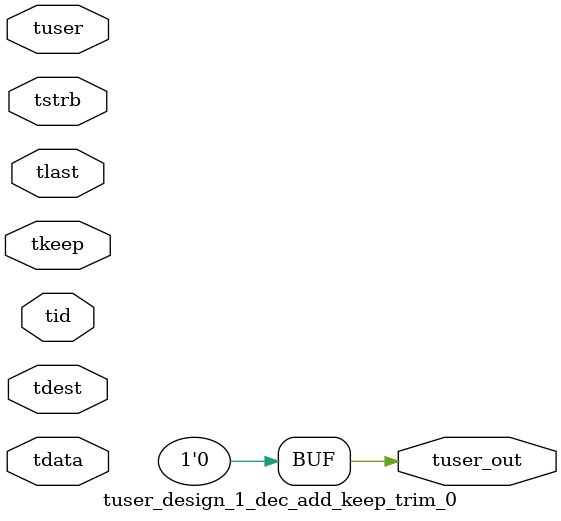
<source format=v>


`timescale 1ps/1ps

module tuser_design_1_dec_add_keep_trim_0 #
(
parameter C_S_AXIS_TUSER_WIDTH = 1,
parameter C_S_AXIS_TDATA_WIDTH = 32,
parameter C_S_AXIS_TID_WIDTH   = 0,
parameter C_S_AXIS_TDEST_WIDTH = 0,
parameter C_M_AXIS_TUSER_WIDTH = 1
)
(
input  [(C_S_AXIS_TUSER_WIDTH == 0 ? 1 : C_S_AXIS_TUSER_WIDTH)-1:0     ] tuser,
input  [(C_S_AXIS_TDATA_WIDTH == 0 ? 1 : C_S_AXIS_TDATA_WIDTH)-1:0     ] tdata,
input  [(C_S_AXIS_TID_WIDTH   == 0 ? 1 : C_S_AXIS_TID_WIDTH)-1:0       ] tid,
input  [(C_S_AXIS_TDEST_WIDTH == 0 ? 1 : C_S_AXIS_TDEST_WIDTH)-1:0     ] tdest,
input  [(C_S_AXIS_TDATA_WIDTH/8)-1:0 ] tkeep,
input  [(C_S_AXIS_TDATA_WIDTH/8)-1:0 ] tstrb,
input                                                                    tlast,
output [C_M_AXIS_TUSER_WIDTH-1:0] tuser_out
);

assign tuser_out = {1'b0};

endmodule


</source>
